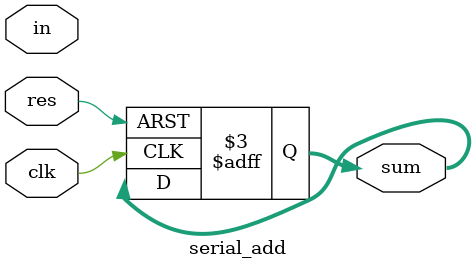
<source format=v>
`include "FA.v"
`include "Shift_reg_piece.v"
module serial_add(
    input in, clk, res,
    output [1:0] sum
);

    always @ (posedge clk or negedge res) begin
        if(~res) sum <= 2'b00;
        else begin
            
        end
    end
endmodule


</source>
